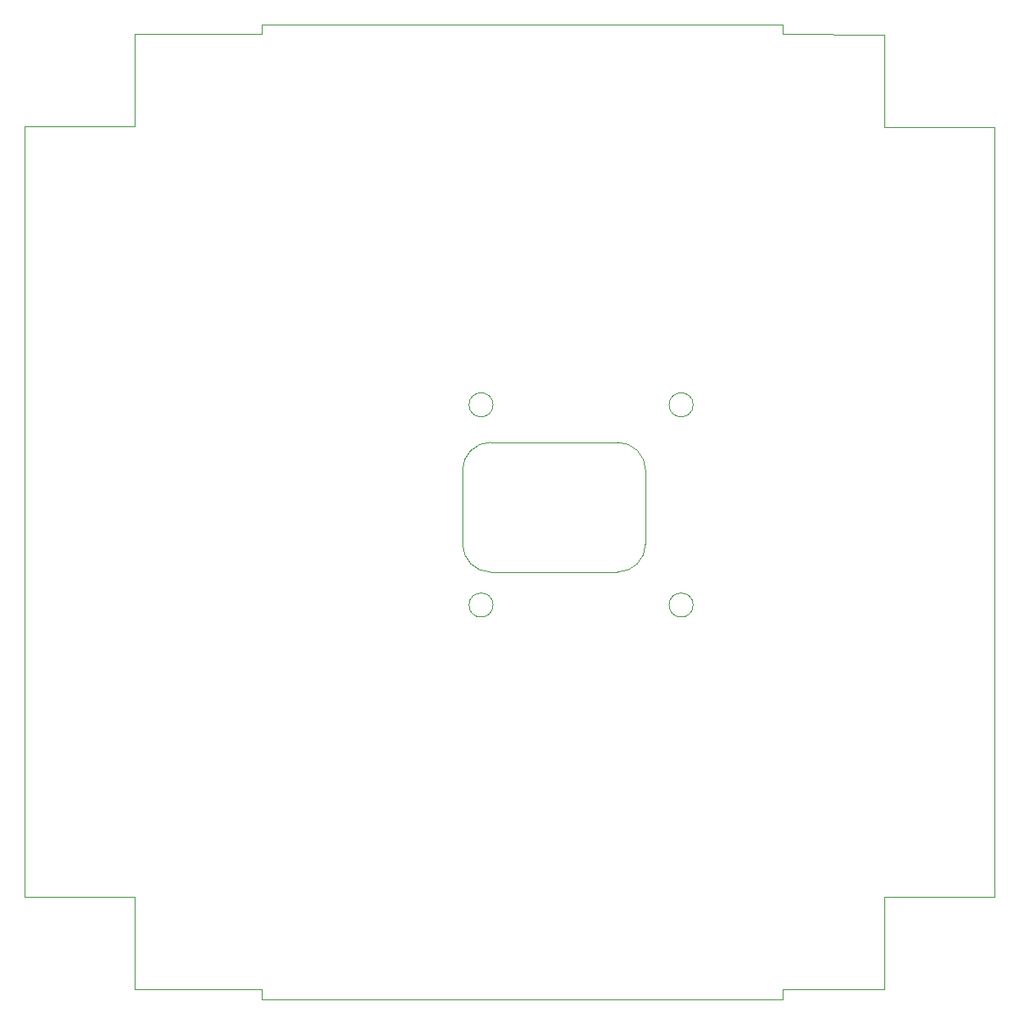
<source format=gm1>
%TF.GenerationSoftware,KiCad,Pcbnew,(6.0.5)*%
%TF.CreationDate,2022-07-09T16:00:03-07:00*%
%TF.ProjectId,solar-panel-side-Z-plus,736f6c61-722d-4706-916e-656c2d736964,rev?*%
%TF.SameCoordinates,Original*%
%TF.FileFunction,Profile,NP*%
%FSLAX46Y46*%
G04 Gerber Fmt 4.6, Leading zero omitted, Abs format (unit mm)*
G04 Created by KiCad (PCBNEW (6.0.5)) date 2022-07-09 16:00:03*
%MOMM*%
%LPD*%
G01*
G04 APERTURE LIST*
%TA.AperFunction,Profile*%
%ADD10C,0.050000*%
%TD*%
G04 APERTURE END LIST*
D10*
X176530000Y-48140000D02*
X186690000Y-48158400D01*
X176530000Y-143538000D02*
X176530000Y-144538000D01*
X124460000Y-144538000D02*
X124460000Y-143538000D01*
X176530000Y-144538000D02*
X124460000Y-144538000D01*
X111760000Y-143510000D02*
X124460000Y-143538000D01*
X176530000Y-143538000D02*
X186690000Y-143538000D01*
X147570000Y-105155000D02*
G75*
G03*
X147570000Y-105155000I-1200000J0D01*
G01*
X162814000Y-99060000D02*
X162814000Y-91694000D01*
X160020000Y-101854000D02*
G75*
G03*
X162814000Y-99060000I0J2794000D01*
G01*
X186690000Y-48158400D02*
X186690000Y-57404000D01*
X186690000Y-57404000D02*
X197710000Y-57404000D01*
X111760000Y-57376000D02*
X100742000Y-57376000D01*
X111760000Y-48130400D02*
X111760000Y-57376000D01*
X176530000Y-47140000D02*
X176530000Y-48140000D01*
X124460000Y-47140000D02*
X176530000Y-47140000D01*
X147570000Y-85155000D02*
G75*
G03*
X147570000Y-85155000I-1200000J0D01*
G01*
X160020000Y-88900000D02*
X147320000Y-88900000D01*
X167570000Y-85155000D02*
G75*
G03*
X167570000Y-85155000I-1200000J0D01*
G01*
X147320000Y-101854000D02*
X160020000Y-101854000D01*
X111760000Y-48130400D02*
X124460000Y-48140000D01*
X144526000Y-91694000D02*
X144526000Y-99060000D01*
X111760000Y-134264400D02*
X100740000Y-134264400D01*
X147320000Y-88900000D02*
G75*
G03*
X144526000Y-91694000I0J-2794000D01*
G01*
X186690000Y-134292400D02*
X197708000Y-134292400D01*
X167570000Y-105155000D02*
G75*
G03*
X167570000Y-105155000I-1200000J0D01*
G01*
X111760000Y-134264400D02*
X111760000Y-143510000D01*
X162814000Y-91694000D02*
G75*
G03*
X160020000Y-88900000I-2794000J0D01*
G01*
X197710000Y-57404000D02*
X197708000Y-134292400D01*
X144526000Y-99060000D02*
G75*
G03*
X147320000Y-101854000I2794000J0D01*
G01*
X100742000Y-57376000D02*
X100740000Y-134264400D01*
X124460000Y-48140000D02*
X124460000Y-47140000D01*
X186690000Y-134292400D02*
X186690000Y-143538000D01*
M02*

</source>
